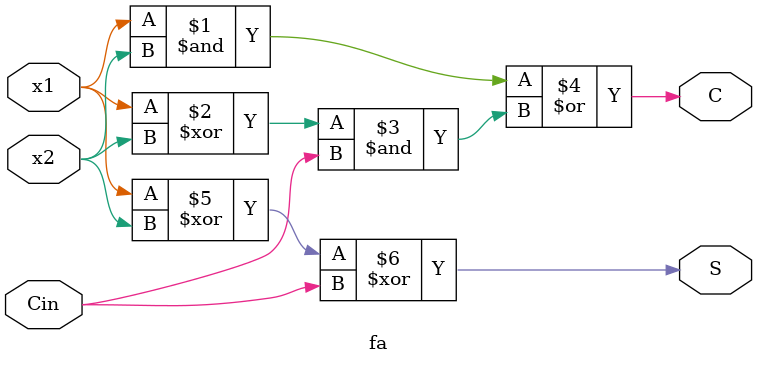
<source format=sv>
module fa(

	input wire Cin, 
	input wire x1,
	input wire x2,

	output wire S,
	output wire C );

	assign{C} = (x1 & x2) | ((x1 ^ x2) & Cin);
	assign{S} = (x1 ^ x2) ^ Cin;

endmodule

</source>
